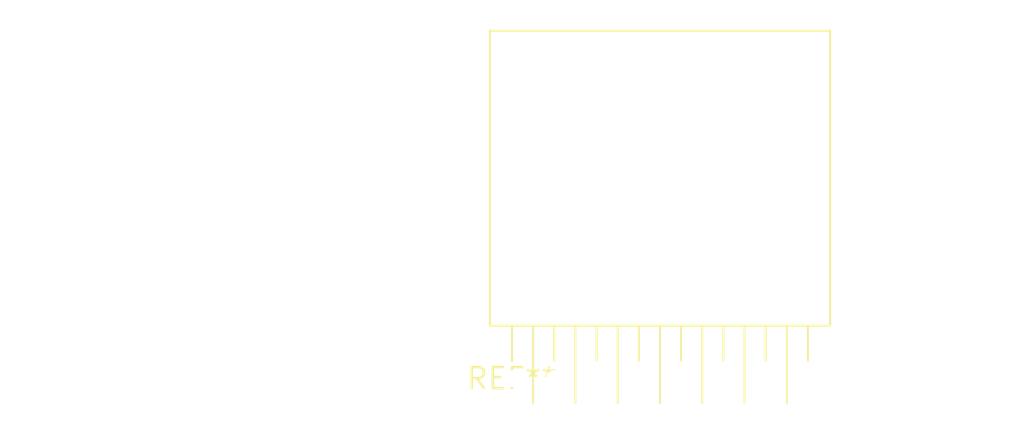
<source format=kicad_pcb>
(kicad_pcb (version 20240108) (generator pcbnew)
  (layers (0 "F.Cu" signal) (31 "B.Cu" signal) (34 "B.Paste" user) (35 "F.Paste" user) (36 "B.SilkS" user "B.Silkscreen") (37 "F.SilkS" user "F.Silkscreen") (38 "B.Mask" user) (39 "F.Mask" user) (44 "Edge.Cuts" user))
  (net 0 "")
  (footprint "TO-220-15_P2.54x2.54mm_StaggerEven_Lead5.84mm_TabDown" (layer "F.Cu") (at 0 0)
    (property "Reference" "REF**")
    (property "Value" "TO-220-15_P2.54x2.54mm_StaggerEven_Lead5.84mm_TabDown")
    (fp_line (start -1.33 -20.92) (end -1.33 -3.18) (layer "F.SilkS") (stroke (width 0.12)))
    (fp_line (start -1.33 -20.92) (end 19.11 -20.92) (layer "F.SilkS") (stroke (width 0.12)))
    (fp_line (start -1.33 -3.18) (end 19.11 -3.18) (layer "F.SilkS") (stroke (width 0.12)))
    (fp_line (start 0 -3.18) (end 0 -1.05) (layer "F.SilkS") (stroke (width 0.12)))
    (fp_line (start 1.27 -3.18) (end 1.27 1.475) (layer "F.SilkS") (stroke (width 0.12)))
    (fp_line (start 2.54 -3.18) (end 2.54 -1.066) (layer "F.SilkS") (stroke (width 0.12)))
    (fp_line (start 3.81 -3.18) (end 3.81 1.475) (layer "F.SilkS") (stroke (width 0.12)))
    (fp_line (start 5.08 -3.18) (end 5.08 -1.066) (layer "F.SilkS") (stroke (width 0.12)))
    (fp_line (start 6.35 -3.18) (end 6.35 1.475) (layer "F.SilkS") (stroke (width 0.12)))
    (fp_line (start 7.62 -3.18) (end 7.62 -1.066) (layer "F.SilkS") (stroke (width 0.12)))
    (fp_line (start 8.89 -3.18) (end 8.89 1.475) (layer "F.SilkS") (stroke (width 0.12)))
    (fp_line (start 10.16 -3.18) (end 10.16 -1.066) (layer "F.SilkS") (stroke (width 0.12)))
    (fp_line (start 11.43 -3.18) (end 11.43 1.475) (layer "F.SilkS") (stroke (width 0.12)))
    (fp_line (start 12.7 -3.18) (end 12.7 -1.066) (layer "F.SilkS") (stroke (width 0.12)))
    (fp_line (start 13.97 -3.18) (end 13.97 1.475) (layer "F.SilkS") (stroke (width 0.12)))
    (fp_line (start 15.24 -3.18) (end 15.24 -1.066) (layer "F.SilkS") (stroke (width 0.12)))
    (fp_line (start 16.51 -3.18) (end 16.51 1.475) (layer "F.SilkS") (stroke (width 0.12)))
    (fp_line (start 17.78 -3.18) (end 17.78 -1.066) (layer "F.SilkS") (stroke (width 0.12)))
    (fp_line (start 19.11 -20.92) (end 19.11 -3.18) (layer "F.SilkS") (stroke (width 0.12)))
    (pad "" np_thru_hole oval (at 8.89 -18) (size 3.5 3.5) (drill 3.5) (layers *.Cu *.Mask))
    (pad "1" thru_hole rect (at 0 0) (size 1.8 1.8) (drill 1) (layers *.Cu *.Mask) (remove_unused_layers))
    (pad "2" thru_hole oval (at 1.27 2.54) (size 1.8 1.8) (drill 1) (layers *.Cu *.Mask) (remove_unused_layers))
    (pad "3" thru_hole oval (at 2.54 0) (size 1.8 1.8) (drill 1) (layers *.Cu *.Mask) (remove_unused_layers))
    (pad "4" thru_hole oval (at 3.81 2.54) (size 1.8 1.8) (drill 1) (layers *.Cu *.Mask) (remove_unused_layers))
    (pad "5" thru_hole oval (at 5.08 0) (size 1.8 1.8) (drill 1) (layers *.Cu *.Mask) (remove_unused_layers))
    (pad "6" thru_hole oval (at 6.35 2.54) (size 1.8 1.8) (drill 1) (layers *.Cu *.Mask) (remove_unused_layers))
    (pad "7" thru_hole oval (at 7.62 0) (size 1.8 1.8) (drill 1) (layers *.Cu *.Mask) (remove_unused_layers))
    (pad "8" thru_hole oval (at 8.89 2.54) (size 1.8 1.8) (drill 1) (layers *.Cu *.Mask) (remove_unused_layers))
    (pad "9" thru_hole oval (at 10.16 0) (size 1.8 1.8) (drill 1) (layers *.Cu *.Mask) (remove_unused_layers))
    (pad "10" thru_hole oval (at 11.43 2.54) (size 1.8 1.8) (drill 1) (layers *.Cu *.Mask) (remove_unused_layers))
    (pad "11" thru_hole oval (at 12.7 0) (size 1.8 1.8) (drill 1) (layers *.Cu *.Mask) (remove_unused_layers))
    (pad "12" thru_hole oval (at 13.97 2.54) (size 1.8 1.8) (drill 1) (layers *.Cu *.Mask) (remove_unused_layers))
    (pad "13" thru_hole oval (at 15.24 0) (size 1.8 1.8) (drill 1) (layers *.Cu *.Mask) (remove_unused_layers))
    (pad "14" thru_hole oval (at 16.51 2.54) (size 1.8 1.8) (drill 1) (layers *.Cu *.Mask) (remove_unused_layers))
    (pad "15" thru_hole oval (at 17.78 0) (size 1.8 1.8) (drill 1) (layers *.Cu *.Mask) (remove_unused_layers))
  )
)
</source>
